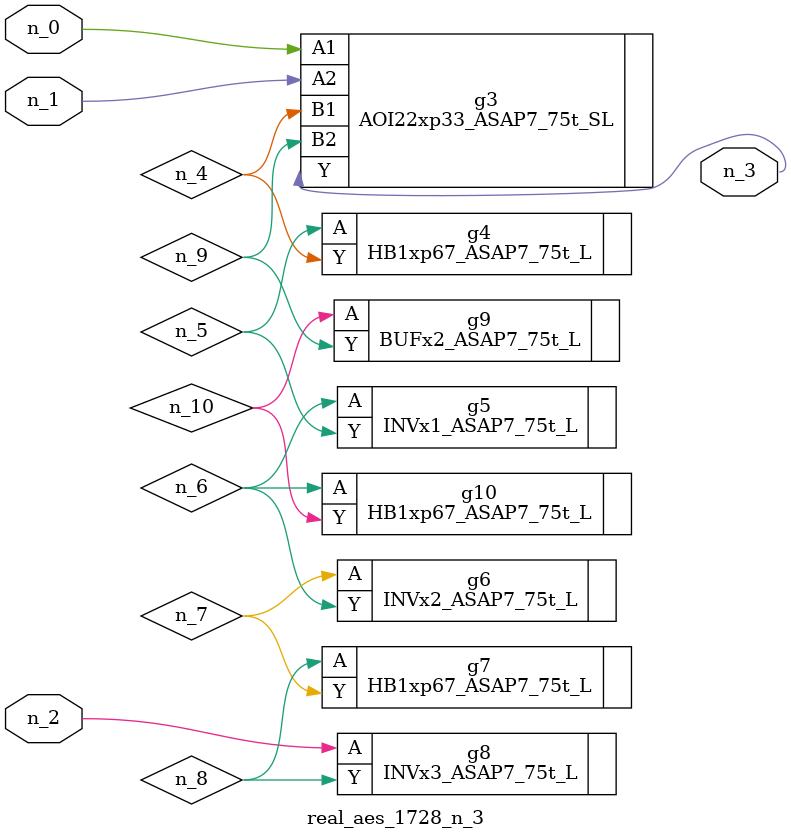
<source format=v>
module real_aes_1728_n_3 (n_0, n_2, n_1, n_3);
input n_0;
input n_2;
input n_1;
output n_3;
wire n_4;
wire n_5;
wire n_7;
wire n_9;
wire n_6;
wire n_8;
wire n_10;
AOI22xp33_ASAP7_75t_SL g3 ( .A1(n_0), .A2(n_1), .B1(n_4), .B2(n_9), .Y(n_3) );
INVx3_ASAP7_75t_L g8 ( .A(n_2), .Y(n_8) );
HB1xp67_ASAP7_75t_L g4 ( .A(n_5), .Y(n_4) );
INVx1_ASAP7_75t_L g5 ( .A(n_6), .Y(n_5) );
HB1xp67_ASAP7_75t_L g10 ( .A(n_6), .Y(n_10) );
INVx2_ASAP7_75t_L g6 ( .A(n_7), .Y(n_6) );
HB1xp67_ASAP7_75t_L g7 ( .A(n_8), .Y(n_7) );
BUFx2_ASAP7_75t_L g9 ( .A(n_10), .Y(n_9) );
endmodule
</source>
